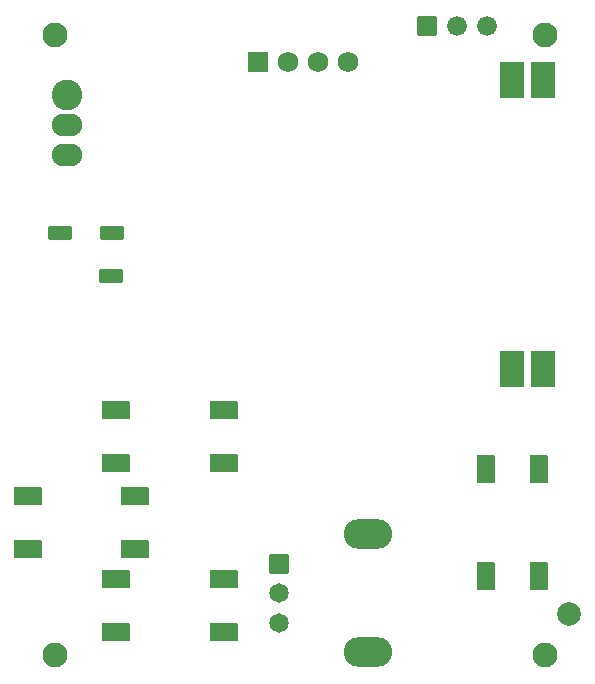
<source format=gts>
G04 Layer: TopSolderMaskLayer*
G04 EasyEDA Pro v2.2.27.1, 2024-09-03 10:08:37*
G04 Gerber Generator version 0.3*
G04 Scale: 100 percent, Rotated: No, Reflected: No*
G04 Dimensions in millimeters*
G04 Leading zeros omitted, absolute positions, 3 integers and 5 decimals*
%FSLAX35Y35*%
%MOMM*%
%AMRoundRect*1,1,$1,$2,$3*1,1,$1,$4,$5*1,1,$1,0-$2,0-$3*1,1,$1,0-$4,0-$5*20,1,$1,$2,$3,$4,$5,0*20,1,$1,$4,$5,0-$2,0-$3,0*20,1,$1,0-$2,0-$3,0-$4,0-$5,0*20,1,$1,0-$4,0-$5,$2,$3,0*4,1,4,$2,$3,$4,$5,0-$2,0-$3,0-$4,0-$5,$2,$3,0*%
%ADD10RoundRect,0.17384X-0.91468X-0.51468X-0.91468X0.51468*%
%ADD11RoundRect,0.18034X-1.06143X0.71145X1.06143X0.71145*%
%ADD12RoundRect,0.18181X-0.77269X0.77269X0.77269X0.77269*%
%ADD13C,1.7272*%
%ADD14RoundRect,0.18034X0.71145X1.06143X0.71145X-1.06143*%
%ADD15RoundRect,0.09571X0.77795X0.77795X0.77795X-0.77795*%
%ADD16C,1.65161*%
%ADD17O,4.10159X2.5016*%
%ADD18C,2.6016*%
%ADD19O,2.6016X1.9016*%
%ADD20RoundRect,0.09691X1.00234X1.45234X1.00234X-1.45234*%
%ADD21C,1.6764*%
%ADD22RoundRect,0.09579X-0.7903X0.7903X0.7903X0.7903*%
%ADD23C,2.1016*%
%ADD24C,2.0*%
G75*


G04 Pad Start*
G54D10*
G01X444699Y3925051D03*
G01X884881Y3925051D03*
G01X875000Y3564980D03*
G54D11*
G01X169718Y1249854D03*
G01X1080308Y1249854D03*
G01X1080308Y1700146D03*
G01X169718Y1700146D03*
G01X919718Y1974855D03*
G01X1830308Y1974855D03*
G01X1830308Y2425146D03*
G01X919718Y2425146D03*
G54D12*
G01X2119000Y5370000D03*
G54D13*
G01X2373000Y5370000D03*
G01X2627000Y5370000D03*
G01X2881000Y5370000D03*
G54D14*
G01X4049854Y1930282D03*
G01X4049854Y1019692D03*
G01X4500146Y1019692D03*
G01X4500146Y1930282D03*
G54D15*
G01X2299989Y1124987D03*
G54D16*
G01X2299989Y875000D03*
G01X2299989Y624988D03*
G54D17*
G01X3050000Y375001D03*
G01X3050000Y1374999D03*
G54D18*
G01X500000Y5098007D03*
G54D19*
G01X500000Y4844007D03*
G01X500000Y4590007D03*
G54D20*
G01X4529997Y2775009D03*
G01X4270003Y2775009D03*
G01X4529997Y5224991D03*
G01X4270003Y5224991D03*
G54D11*
G01X919718Y549854D03*
G01X1830308Y549854D03*
G01X1830308Y1000146D03*
G01X919718Y1000146D03*
G54D21*
G01X4054000Y5675000D03*
G01X3800000Y5675000D03*
G54D22*
G01X3546000Y5675000D03*
G54D23*
G01X400000Y5600000D03*
G01X4550000Y5600000D03*
G01X400000Y350000D03*
G01X4550000Y350000D03*
G54D24*
G01X4750000Y700000D03*
G04 Pad End*

M02*


</source>
